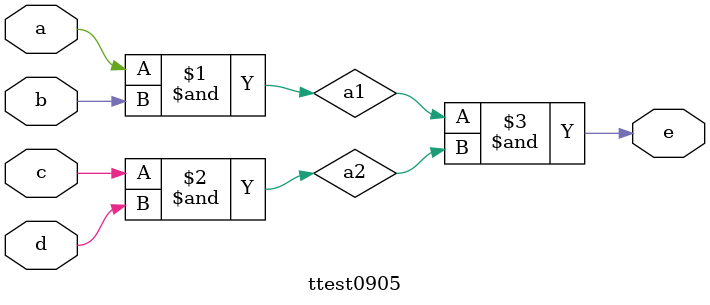
<source format=v>
module ttest0905(a,b,c,d,e);
input a;
input b;
input c;
input d;
output e;
	wire a1,a2,a3,a4;
	and #5 aa1(a1,a,b);
	and #5 aa2(a2,c,d);
	and  aa3(e,a1,a2);
	
endmodule
</source>
